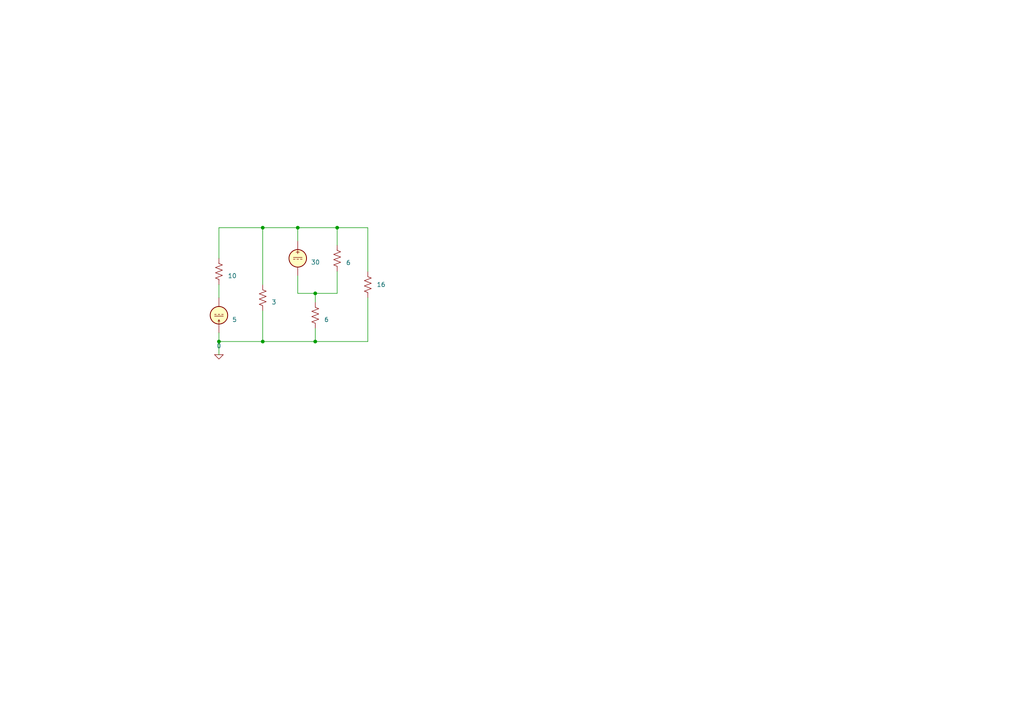
<source format=kicad_sch>
(kicad_sch (version 20250114) (generator "eeschema") (generator_version "9.0")
  (paper "A4")
  (lib_symbols
    (symbol "Device:R_US" (pin_numbers (hide yes)) (pin_names (offset 0))
      (property "Reference" "R" (at 2.54 0 90))
      (property "Value" "R_US" (at -2.54 0 90))
      (symbol "R_US_0_1"
        (polyline (pts (xy 0 2.286) (xy 0 2.54)))
        (polyline (pts (xy 0 2.286) (xy 1.016 1.905) (xy 0 1.524) (xy -1.016 1.143) (xy 0 0.762)))
        (polyline (pts (xy 0 0.762) (xy 1.016 0.381) (xy 0 0) (xy -1.016 -0.381) (xy 0 -0.762)))
        (polyline (pts (xy 0 -0.762) (xy 1.016 -1.143) (xy 0 -1.524) (xy -1.016 -1.905) (xy 0 -2.286)))
        (polyline (pts (xy 0 -2.286) (xy 0 -2.54)))
      )
      (symbol "R_US_1_1"
        (pin passive line (at 0 3.81 270) (length 1.27) (name "~") (number "1"))
        (pin passive line (at 0 -3.81 90) (length 1.27) (name "~") (number "2"))
      )
    )
    (symbol "Simulation_SPICE:0" (power) (pin_numbers (hide yes)) (pin_names (offset 0) (hide yes))
      (property "Value" "0" (at 0 -2.54 0))
      (symbol "0_0_1"
        (polyline (pts (xy -1.27 0) (xy 0 -1.27) (xy 1.27 0) (xy -1.27 0)))
      )
      (symbol "0_1_1"
        (pin power_in line (at 0 0 0) (length 0) (name "~") (number "1"))
      )
    )
    (symbol "Simulation_SPICE:IDC" (pin_numbers (hide yes)) (pin_names (offset 0.0254))
      (property "Reference" "I" (at 2.54 2.54 0))
      (property "Value" "1" (at 2.54 0 0))
      (symbol "IDC_0_0"
        (polyline (pts (xy -1.27 0.254) (xy 1.27 0.254)))
        (polyline (pts (xy -0.762 -0.254) (xy -1.27 -0.254)))
        (polyline (pts (xy 0.254 -0.254) (xy -0.254 -0.254)))
        (polyline (pts (xy 1.27 -0.254) (xy 0.762 -0.254)))
      )
      (symbol "IDC_0_1"
        (polyline (pts (xy -0.254 1.778) (xy 0 1.27) (xy 0.254 1.778)))
        (polyline (pts (xy 0 1.27) (xy 0 2.286)))
        (circle (center 0 0) (radius 2.54) (stroke (width 0.254)) (fill (type background)))
      )
      (symbol "IDC_1_1"
        (pin passive line (at 0 5.08 270) (length 2.54) (name "~") (number "1"))
        (pin passive line (at 0 -5.08 90) (length 2.54) (name "~") (number "2"))
      )
    )
    (symbol "Simulation_SPICE:VDC" (pin_numbers (hide yes)) (pin_names (offset 0.0254))
      (property "Reference" "V" (at 2.54 2.54 0))
      (property "Value" "1" (at 2.54 0 0))
      (symbol "VDC_0_0"
        (polyline (pts (xy -1.27 0.254) (xy 1.27 0.254)))
        (polyline (pts (xy -0.762 -0.254) (xy -1.27 -0.254)))
        (polyline (pts (xy 0.254 -0.254) (xy -0.254 -0.254)))
        (polyline (pts (xy 1.27 -0.254) (xy 0.762 -0.254)))
        (text "+" (at 0 1.905 0) (effects (font (size 1.27 1.27))))
      )
      (symbol "VDC_0_1"
        (circle (center 0 0) (radius 2.54) (stroke (width 0.254)) (fill (type background)))
      )
      (symbol "VDC_1_1"
        (pin passive line (at 0 5.08 270) (length 2.54) (name "~") (number "1"))
        (pin passive line (at 0 -5.08 90) (length 2.54) (name "~") (number "2"))
      )
    )
  )
  (junction (at 97.79 66.04))
  (junction (at 91.44 99.06))
  (junction (at 91.44 85.09))
  (junction (at 63.5 99.06))
  (junction (at 76.2 66.04))
  (junction (at 86.36 66.04))
  (junction (at 76.2 99.06))
  (wire (pts (xy 76.2 90.17) (xy 76.2 99.06)))
  (wire (pts (xy 76.2 66.04) (xy 86.36 66.04)))
  (wire (pts (xy 86.36 85.09) (xy 91.44 85.09)))
  (wire (pts (xy 63.5 99.06) (xy 76.2 99.06)))
  (wire (pts (xy 97.79 71.12) (xy 97.79 66.04)))
  (wire (pts (xy 86.36 80.01) (xy 86.36 85.09)))
  (wire (pts (xy 91.44 95.25) (xy 91.44 99.06)))
  (wire (pts (xy 106.68 66.04) (xy 97.79 66.04)))
  (wire (pts (xy 63.5 82.55) (xy 63.5 86.36)))
  (wire (pts (xy 106.68 86.36) (xy 106.68 99.06)))
  (wire (pts (xy 63.5 99.06) (xy 63.5 102.87)))
  (wire (pts (xy 97.79 78.74) (xy 97.79 85.09)))
  (wire (pts (xy 63.5 74.93) (xy 63.5 66.04)))
  (wire (pts (xy 63.5 66.04) (xy 76.2 66.04)))
  (wire (pts (xy 63.5 96.52) (xy 63.5 99.06)))
  (wire (pts (xy 76.2 66.04) (xy 76.2 82.55)))
  (wire (pts (xy 91.44 85.09) (xy 91.44 87.63)))
  (wire (pts (xy 106.68 78.74) (xy 106.68 66.04)))
  (wire (pts (xy 97.79 85.09) (xy 91.44 85.09)))
  (wire (pts (xy 76.2 99.06) (xy 91.44 99.06)))
  (wire (pts (xy 97.79 66.04) (xy 86.36 66.04)))
  (wire (pts (xy 86.36 66.04) (xy 86.36 69.85)))
  (wire (pts (xy 91.44 99.06) (xy 106.68 99.06)))
  (symbol (lib_id "Simulation_SPICE:VDC") (at 86.36 74.93 0) (unit 1)
    (property "Reference" "V12" (effects (hide yes)))
    (property "Value" "30" (at 90.17 76.0701 0) (effects (justify left)))
    (property "Datasheet" "https://ngspice.sourceforge.io/docs/ngspice-html-manual/manual.xhtml#sec_Independent_Sources_for" (effects (hide yes)))
    (property "Description" "Voltage source, DC" (effects (hide yes)))
    (property "Sim.Pins" "1=+ 2=-" (effects (hide yes)))
    (property "Sim.Type" "DC" (effects (hide yes)))
    (property "Sim.Device" "V" (effects (hide yes)))
  )
  (symbol (lib_id "Simulation_SPICE:0") (at 63.5 102.87 0) (unit 1)
    (property "Reference" "#GND08" (effects (hide yes)))
    (property "Value" "0" (at 63.5 100.33 0))
    (property "Datasheet" "https://ngspice.sourceforge.io/docs/ngspice-html-manual/manual.xhtml#subsec_Circuit_elements__device" (effects (hide yes)))
    (property "Description" "0V reference potential for simulation" (effects (hide yes)))
  )
  (symbol (lib_id "Device:R_US") (at 91.44 91.44 0) (unit 1)
    (property "Reference" "R31" (effects (hide yes)))
    (property "Value" "6" (at 93.98 92.7099 0) (effects (justify left)))
    (property "Description" "Resistor, US symbol" (effects (hide yes)))
  )
  (symbol (lib_id "Device:R_US") (at 76.2 86.36 0) (unit 1)
    (property "Reference" "R30" (effects (hide yes)))
    (property "Value" "3" (at 78.74 87.6299 0) (effects (justify left)))
    (property "Description" "Resistor, US symbol" (effects (hide yes)))
  )
  (symbol (lib_id "Simulation_SPICE:IDC") (at 63.5 91.44 180) (unit 1)
    (property "Reference" "I6" (effects (hide yes)))
    (property "Value" "5" (at 67.31 92.7099 0) (effects (justify right)))
    (property "Datasheet" "https://ngspice.sourceforge.io/docs/ngspice-html-manual/manual.xhtml#sec_Independent_Sources_for" (effects (hide yes)))
    (property "Description" "Current source, DC" (effects (hide yes)))
    (property "Sim.Pins" "1=+ 2=-" (effects (hide yes)))
    (property "Sim.Type" "DC" (effects (hide yes)))
    (property "Sim.Device" "I" (effects (hide yes)))
  )
  (symbol (lib_id "Device:R_US") (at 97.79 74.93 0) (unit 1)
    (property "Reference" "R32" (effects (hide yes)))
    (property "Value" "6" (at 100.33 76.1999 0) (effects (justify left)))
    (property "Description" "Resistor, US symbol" (effects (hide yes)))
  )
  (symbol (lib_id "Device:R_US") (at 63.5 78.74 0) (unit 1)
    (property "Reference" "R29" (effects (hide yes)))
    (property "Value" "10" (at 66.04 80.0099 0) (effects (justify left)))
    (property "Description" "Resistor, US symbol" (effects (hide yes)))
  )
  (symbol (lib_id "Device:R_US") (at 106.68 82.55 180) (unit 1)
    (property "Reference" "R33" (effects (hide yes)))
    (property "Value" "16" (at 109.22 82.5499 0) (effects (justify right)))
    (property "Description" "Resistor, US symbol" (effects (hide yes)))
  )
)
</source>
